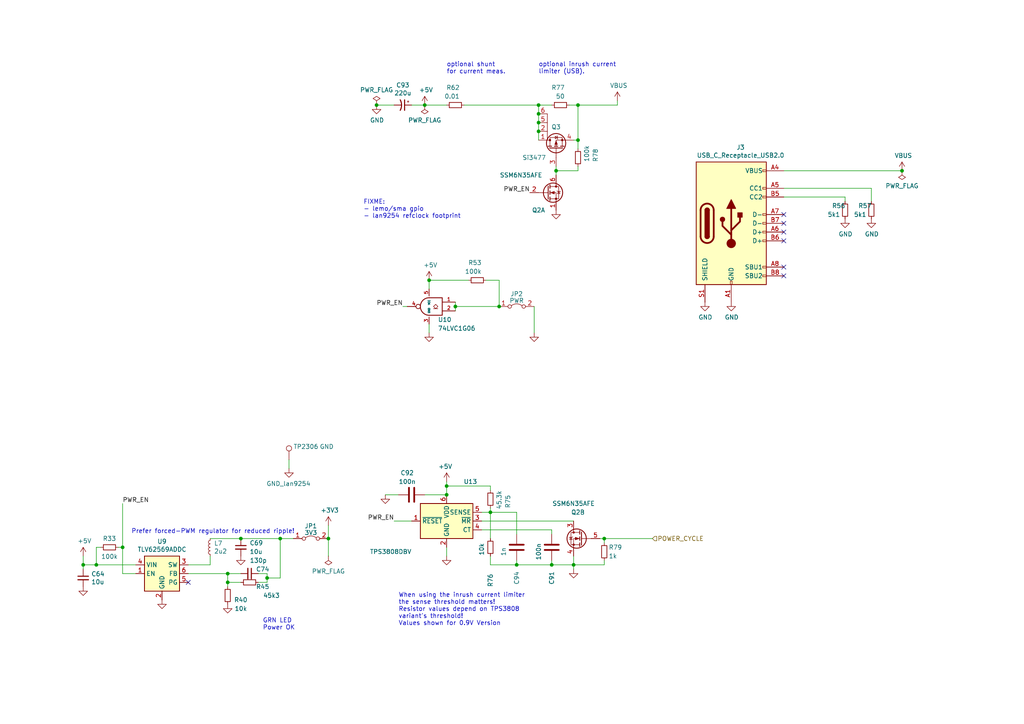
<source format=kicad_sch>
(kicad_sch (version 20230121) (generator eeschema)
  (paper "A4")
  (lib_symbols
    (symbol "Connector:TestPoint" (pin_numbers hide) (pin_names (offset 0.762) hide)
      (property "Reference" "TP" (at 0 6.858 0))
      (property "Value" "TestPoint" (at 0 5.08 0))
      (symbol "TestPoint_0_1"
        (circle (center 0 3.302) (radius 0.762))
      )
      (symbol "TestPoint_1_1"
        (pin passive line (at 0 0 90) (length 2.54) (name "1") (number "1"))
      )
    )
    (symbol "Connector:USB_C_Receptacle_USB2.0" (pin_names (offset 1.016))
      (property "Reference" "J" (at -10.16 19.05 0))
      (property "Value" "USB_C_Receptacle_USB2.0" (at 19.05 19.05 0))
      (symbol "USB_C_Receptacle_USB2.0_0_0"
        (rectangle (start -0.254 -17.78) (end 0.254 -16.764))
        (rectangle (start 10.16 -14.986) (end 9.144 -15.494))
        (rectangle (start 10.16 -12.446) (end 9.144 -12.954))
        (rectangle (start 10.16 -4.826) (end 9.144 -5.334))
        (rectangle (start 10.16 -2.286) (end 9.144 -2.794))
        (rectangle (start 10.16 0.254) (end 9.144 -0.254))
        (rectangle (start 10.16 2.794) (end 9.144 2.286))
        (rectangle (start 10.16 7.874) (end 9.144 7.366))
        (rectangle (start 10.16 10.414) (end 9.144 9.906))
        (rectangle (start 10.16 15.494) (end 9.144 14.986))
      )
      (symbol "USB_C_Receptacle_USB2.0_0_1"
        (rectangle (start -10.16 17.78) (end 10.16 -17.78) (stroke (width 0.254)) (fill (type background)))
        (arc (start -8.89 -3.81) (mid -6.985 -5.7067) (end -5.08 -3.81) (stroke (width 0.508)))
        (arc (start -7.62 -3.81) (mid -6.985 -4.4423) (end -6.35 -3.81) (stroke (width 0.254)))
        (arc (start -7.62 -3.81) (mid -6.985 -4.4423) (end -6.35 -3.81) (stroke (width 0.254)) (fill (type outline)))
        (rectangle (start -7.62 -3.81) (end -6.35 3.81) (stroke (width 0.254)) (fill (type outline)))
        (arc (start -6.35 3.81) (mid -6.985 4.4423) (end -7.62 3.81) (stroke (width 0.254)))
        (arc (start -6.35 3.81) (mid -6.985 4.4423) (end -7.62 3.81) (stroke (width 0.254)) (fill (type outline)))
        (arc (start -5.08 3.81) (mid -6.985 5.7067) (end -8.89 3.81) (stroke (width 0.508)))
        (circle (center -2.54 1.143) (radius 0.635) (stroke (width 0.254)) (fill (type outline)))
        (circle (center 0 -5.842) (radius 1.27) (fill (type outline)))
        (polyline (pts (xy -8.89 -3.81) (xy -8.89 3.81)) (stroke (width 0.508)))
        (polyline (pts (xy -5.08 3.81) (xy -5.08 -3.81)) (stroke (width 0.508)))
        (polyline (pts (xy 0 -5.842) (xy 0 4.318)) (stroke (width 0.508)))
        (polyline (pts (xy 0 -3.302) (xy -2.54 -0.762) (xy -2.54 0.508)) (stroke (width 0.508)))
        (polyline (pts (xy 0 -2.032) (xy 2.54 0.508) (xy 2.54 1.778)) (stroke (width 0.508)))
        (polyline (pts (xy -1.27 4.318) (xy 0 6.858) (xy 1.27 4.318) (xy -1.27 4.318)) (stroke (width 0.254)) (fill (type outline)))
        (rectangle (start 1.905 1.778) (end 3.175 3.048) (stroke (width 0.254)) (fill (type outline)))
      )
      (symbol "USB_C_Receptacle_USB2.0_1_1"
        (pin passive line (at 0 -22.86 90) (length 5.08) (name "GND") (number "A1"))
        (pin passive line (at 0 -22.86 90) (length 5.08) hide (name "GND") (number "A12"))
        (pin passive line (at 15.24 15.24 180) (length 5.08) (name "VBUS") (number "A4"))
        (pin bidirectional line (at 15.24 10.16 180) (length 5.08) (name "CC1") (number "A5"))
        (pin bidirectional line (at 15.24 -2.54 180) (length 5.08) (name "D+") (number "A6"))
        (pin bidirectional line (at 15.24 2.54 180) (length 5.08) (name "D-") (number "A7"))
        (pin bidirectional line (at 15.24 -12.7 180) (length 5.08) (name "SBU1") (number "A8"))
        (pin passive line (at 15.24 15.24 180) (length 5.08) hide (name "VBUS") (number "A9"))
        (pin passive line (at 0 -22.86 90) (length 5.08) hide (name "GND") (number "B1"))
        (pin passive line (at 0 -22.86 90) (length 5.08) hide (name "GND") (number "B12"))
        (pin passive line (at 15.24 15.24 180) (length 5.08) hide (name "VBUS") (number "B4"))
        (pin bidirectional line (at 15.24 7.62 180) (length 5.08) (name "CC2") (number "B5"))
        (pin bidirectional line (at 15.24 -5.08 180) (length 5.08) (name "D+") (number "B6"))
        (pin bidirectional line (at 15.24 0 180) (length 5.08) (name "D-") (number "B7"))
        (pin bidirectional line (at 15.24 -15.24 180) (length 5.08) (name "SBU2") (number "B8"))
        (pin passive line (at 15.24 15.24 180) (length 5.08) hide (name "VBUS") (number "B9"))
        (pin passive line (at -7.62 -22.86 90) (length 5.08) (name "SHIELD") (number "S1"))
      )
    )
    (symbol "Device:CP1_Small" (pin_numbers hide) (pin_names (offset 0.254) hide)
      (property "Reference" "C" (at 0.254 1.778 0))
      (property "Value" "Device_CP1_Small" (at 0.254 -2.032 0))
      (symbol "CP1_Small_0_1"
        (polyline (pts (xy -1.524 0.508) (xy 1.524 0.508)) (stroke (width 0.3048)))
        (polyline (pts (xy -1.27 1.524) (xy -0.762 1.524)))
        (polyline (pts (xy -1.016 1.27) (xy -1.016 1.778)))
        (arc (start 1.524 -0.762) (mid 0 -0.3734) (end -1.524 -0.762) (stroke (width 0.3048)))
      )
      (symbol "CP1_Small_1_1"
        (pin passive line (at 0 2.54 270) (length 2.032) (name "~") (number "1"))
        (pin passive line (at 0 -2.54 90) (length 2.032) (name "~") (number "2"))
      )
    )
    (symbol "Device:C_Small" (pin_numbers hide) (pin_names (offset 0.254) hide)
      (property "Reference" "C" (at 0.254 1.778 0))
      (property "Value" "C_Small" (at 0.254 -2.032 0))
      (symbol "C_Small_0_1"
        (polyline (pts (xy -1.524 -0.508) (xy 1.524 -0.508)) (stroke (width 0.3302)))
        (polyline (pts (xy -1.524 0.508) (xy 1.524 0.508)) (stroke (width 0.3048)))
      )
      (symbol "C_Small_1_1"
        (pin passive line (at 0 2.54 270) (length 2.032) (name "~") (number "1"))
        (pin passive line (at 0 -2.54 90) (length 2.032) (name "~") (number "2"))
      )
    )
    (symbol "Device:L_Small" (pin_numbers hide) (pin_names (offset 0.254) hide)
      (property "Reference" "L" (at 0.762 1.016 0))
      (property "Value" "L_Small" (at 0.762 -1.016 0))
      (symbol "L_Small_0_1"
        (arc (start 0 -2.032) (mid 0.5058 -1.524) (end 0 -1.016))
        (arc (start 0 -1.016) (mid 0.5058 -0.508) (end 0 0))
        (arc (start 0 0) (mid 0.5058 0.508) (end 0 1.016))
        (arc (start 0 1.016) (mid 0.5058 1.524) (end 0 2.032))
      )
      (symbol "L_Small_1_1"
        (pin passive line (at 0 2.54 270) (length 0.508) (name "~") (number "1"))
        (pin passive line (at 0 -2.54 90) (length 0.508) (name "~") (number "2"))
      )
    )
    (symbol "Device:Q_DUAL_NMOS_S1G1D2S2G2D1" (pin_names (offset 0) hide)
      (property "Reference" "Q" (at 6.35 1.27 0))
      (property "Value" "Device_Q_DUAL_NMOS_S1G1D2S2G2D1" (at 19.05 -1.27 0))
      (symbol "Q_DUAL_NMOS_S1G1D2S2G2D1_0_1"
        (polyline (pts (xy 0.254 0) (xy -2.54 0)))
        (polyline (pts (xy 0.254 1.905) (xy 0.254 -1.905)) (stroke (width 0.254)))
        (polyline (pts (xy 0.762 -1.27) (xy 0.762 -2.286)) (stroke (width 0.254)))
        (polyline (pts (xy 0.762 0.508) (xy 0.762 -0.508)) (stroke (width 0.254)))
        (polyline (pts (xy 0.762 2.286) (xy 0.762 1.27)) (stroke (width 0.254)))
        (polyline (pts (xy 2.54 2.54) (xy 2.54 1.778)))
        (polyline (pts (xy 2.54 -2.54) (xy 2.54 0) (xy 0.762 0)))
        (polyline (pts (xy 0.762 -1.778) (xy 3.302 -1.778) (xy 3.302 1.778) (xy 0.762 1.778)))
        (polyline (pts (xy 1.016 0) (xy 2.032 0.381) (xy 2.032 -0.381) (xy 1.016 0)) (fill (type outline)))
        (polyline (pts (xy 2.794 0.508) (xy 2.921 0.381) (xy 3.683 0.381) (xy 3.81 0.254)))
        (polyline (pts (xy 3.302 0.381) (xy 2.921 -0.254) (xy 3.683 -0.254) (xy 3.302 0.381)))
        (circle (center 1.651 0) (radius 2.794) (stroke (width 0.254)))
        (circle (center 2.54 -1.778) (radius 0.254) (fill (type outline)))
        (circle (center 2.54 1.778) (radius 0.254) (fill (type outline)))
      )
      (symbol "Q_DUAL_NMOS_S1G1D2S2G2D1_1_1"
        (pin passive line (at 2.54 -5.08 90) (length 2.54) (name "S") (number "1"))
        (pin input line (at -5.08 0 0) (length 2.54) (name "G") (number "2"))
        (pin passive line (at 2.54 5.08 270) (length 2.54) (name "D") (number "6"))
      )
      (symbol "Q_DUAL_NMOS_S1G1D2S2G2D1_2_1"
        (pin passive line (at 2.54 5.08 270) (length 2.54) (name "D") (number "3"))
        (pin passive line (at 2.54 -5.08 90) (length 2.54) (name "S") (number "4"))
        (pin input line (at -5.08 0 0) (length 2.54) (name "G") (number "5"))
      )
    )
    (symbol "Device:R_Small" (pin_numbers hide) (pin_names (offset 0.254) hide)
      (property "Reference" "R" (at 0.762 0.508 0))
      (property "Value" "R_Small" (at 0.762 -1.016 0))
      (symbol "R_Small_0_1"
        (rectangle (start -0.762 1.778) (end 0.762 -1.778) (stroke (width 0.2032)))
      )
      (symbol "R_Small_1_1"
        (pin passive line (at 0 2.54 270) (length 0.762) (name "~") (number "1"))
        (pin passive line (at 0 -2.54 90) (length 0.762) (name "~") (number "2"))
      )
    )
    (symbol "Jumper:Jumper_2_Bridged" (pin_names (offset 0) hide)
      (property "Reference" "JP" (at 0 1.905 0))
      (property "Value" "Jumper_2_Bridged" (at 0 -2.54 0))
      (symbol "Jumper_2_Bridged_0_0"
        (circle (center -2.032 0) (radius 0.508))
        (circle (center 2.032 0) (radius 0.508))
      )
      (symbol "Jumper_2_Bridged_0_1"
        (arc (start 1.524 0.254) (mid 0 0.762) (end -1.524 0.254))
      )
      (symbol "Jumper_2_Bridged_1_1"
        (pin passive line (at -5.08 0 0) (length 2.54) (name "A") (number "1"))
        (pin passive line (at 5.08 0 180) (length 2.54) (name "B") (number "2"))
      )
    )
    (symbol "Regulator_Switching:TLV62569DDC"
      (property "Reference" "U" (at -5.08 6.35 0))
      (property "Value" "TLV62569DDC" (at 0 6.35 0))
      (symbol "TLV62569DDC_0_1"
        (rectangle (start -5.08 5.08) (end 5.08 -5.08) (stroke (width 0.254)) (fill (type background)))
      )
      (symbol "TLV62569DDC_1_1"
        (pin input line (at -7.62 0 0) (length 2.54) (name "EN") (number "1"))
        (pin power_in line (at 0 -7.62 90) (length 2.54) (name "GND") (number "2"))
        (pin power_out line (at 7.62 2.54 180) (length 2.54) (name "SW") (number "3"))
        (pin power_in line (at -7.62 2.54 0) (length 2.54) (name "VIN") (number "4"))
        (pin open_collector line (at 7.62 -2.54 180) (length 2.54) (name "PG") (number "5"))
        (pin input line (at 7.62 0 180) (length 2.54) (name "FB") (number "6"))
      )
    )
    (symbol "fmc:100nF_603" (pin_numbers hide) (pin_names (offset 0.254))
      (property "Reference" "C" (at 0.635 2.54 0))
      (property "Value" "fmc_100nF_603" (at 0.635 -2.54 0))
      (symbol "100nF_603_0_1"
        (polyline (pts (xy -2.032 -0.762) (xy 2.032 -0.762)) (stroke (width 0.508)))
        (polyline (pts (xy -2.032 0.762) (xy 2.032 0.762)) (stroke (width 0.508)))
      )
      (symbol "100nF_603_1_1"
        (pin passive line (at 0 3.81 270) (length 2.794) (name "~") (number "1"))
        (pin passive line (at 0 -3.81 90) (length 2.794) (name "~") (number "2"))
      )
    )
    (symbol "fmc:74LVC1G38" (pin_names (offset 1.016))
      (property "Reference" "U" (at -2.54 3.81 0))
      (property "Value" "fmc_74LVC1G38" (at 0 -3.81 0))
      (symbol "74LVC1G38_0_1"
        (arc (start 0 -2.54) (mid 2.529 0) (end 0 2.54) (stroke (width 0.254)))
        (polyline (pts (xy -2.54 -0.635) (xy -1.27 -0.635)))
        (polyline (pts (xy 0 -2.54) (xy -3.81 -2.54) (xy -3.81 2.54) (xy 0 2.54)) (stroke (width 0.254)))
        (polyline (pts (xy -1.905 0.635) (xy -2.54 0) (xy -1.905 -0.635) (xy -1.27 0) (xy -1.905 0.635)))
      )
      (symbol "74LVC1G38_1_1"
        (pin input line (at -7.62 1.27 0) (length 3.81) (name "~") (number "1"))
        (pin input line (at -7.62 -1.27 0) (length 3.81) (name "~") (number "2"))
        (pin power_in line (at 0 -5.08 90) (length 2.032) (name "GND") (number "3"))
        (pin open_collector inverted (at 6.35 0 180) (length 3.81) (name "~") (number "4"))
        (pin power_in line (at 0 5.08 270) (length 2.032) (name "VCC") (number "5"))
      )
    )
    (symbol "fmc:Q_PMOS_DDGSDD" (pin_names (offset 0) hide)
      (property "Reference" "Q" (at 5.08 1.27 0))
      (property "Value" "fmc_Q_PMOS_DDGSDD" (at 5.08 -1.27 0))
      (symbol "Q_PMOS_DDGSDD_0_1"
        (polyline (pts (xy 0.254 0) (xy -2.54 0)))
        (polyline (pts (xy 0.254 1.905) (xy 0.254 -1.905)) (stroke (width 0.254)))
        (polyline (pts (xy 0.762 -1.27) (xy 0.762 -2.286)) (stroke (width 0.254)))
        (polyline (pts (xy 0.762 0.508) (xy 0.762 -0.508)) (stroke (width 0.254)))
        (polyline (pts (xy 0.762 2.286) (xy 0.762 1.27)) (stroke (width 0.254)))
        (polyline (pts (xy 2.54 -2.54) (xy 2.54 0) (xy 0.762 0)))
        (polyline (pts (xy 5.08 2.54) (xy 2.54 2.54) (xy 2.54 1.778)))
        (polyline (pts (xy 0.762 1.778) (xy 3.302 1.778) (xy 3.302 -1.778) (xy 0.762 -1.778)))
        (polyline (pts (xy 2.286 0) (xy 1.27 0.381) (xy 1.27 -0.381) (xy 2.286 0)) (fill (type outline)))
        (polyline (pts (xy 2.794 -0.508) (xy 2.921 -0.381) (xy 3.683 -0.381) (xy 3.81 -0.254)))
        (polyline (pts (xy 3.302 -0.381) (xy 2.921 0.254) (xy 3.683 0.254) (xy 3.302 -0.381)))
        (circle (center 1.651 0) (radius 2.794) (stroke (width 0.254)))
        (circle (center 2.54 -1.778) (radius 0.254) (fill (type outline)))
        (circle (center 2.54 1.778) (radius 0.254) (fill (type outline)))
        (rectangle (start 10.16 2.54) (end 5.08 2.54))
      )
      (symbol "Q_PMOS_DDGSDD_1_1"
        (pin passive line (at 2.54 5.08 270) (length 2.54) (name "D") (number "1"))
        (pin passive line (at 5.08 5.08 270) (length 2.54) (name "D") (number "2"))
        (pin input line (at -5.08 0 0) (length 2.54) (name "G") (number "3"))
        (pin passive line (at 2.54 -5.08 90) (length 2.54) (name "S") (number "4"))
        (pin passive line (at 7.62 5.08 270) (length 2.54) (name "D") (number "5"))
        (pin passive line (at 10.16 5.08 270) (length 2.54) (name "D") (number "6"))
      )
    )
    (symbol "fmc:TPS3808DBV"
      (property "Reference" "U" (at 0 8.89 0))
      (property "Value" "fmc_TPS3808DBV" (at 0 6.35 0))
      (symbol "TPS3808DBV_0_1"
        (rectangle (start -7.62 5.08) (end 7.62 -5.08) (stroke (width 0.254)) (fill (type background)))
      )
      (symbol "TPS3808DBV_1_1"
        (pin open_collector line (at 10.16 0 180) (length 2.54) (name "~{RESET}") (number "1"))
        (pin power_in line (at 0 -7.62 90) (length 2.54) (name "GND") (number "2"))
        (pin input line (at -10.16 0 0) (length 2.54) (name "~{MR}") (number "3"))
        (pin input line (at -10.16 -2.54 0) (length 2.54) (name "CT") (number "4"))
        (pin input line (at -10.16 2.54 0) (length 2.54) (name "SENSE") (number "5"))
        (pin power_in line (at 0 7.62 270) (length 2.54) (name "VDD") (number "6"))
      )
    )
    (symbol "lan9254_project:GND" (power) (pin_names (offset 0))
      (property "Value" "GND" (at 0 -3.81 0))
      (symbol "GND_0_1"
        (polyline (pts (xy 0 0) (xy 0 -1.27) (xy 1.27 -1.27) (xy 0 -2.54) (xy -1.27 -1.27) (xy 0 -1.27)))
      )
      (symbol "GND_1_1"
        (pin power_in line (at 0 0 270) (length 0) hide (name "GND_lan9254") (number "1"))
      )
    )
    (symbol "power:+3V3" (power) (pin_names (offset 0))
      (property "Value" "+3V3" (at 0 3.556 0))
      (symbol "+3V3_0_1"
        (polyline (pts (xy -0.762 1.27) (xy 0 2.54)))
        (polyline (pts (xy 0 0) (xy 0 2.54)))
        (polyline (pts (xy 0 2.54) (xy 0.762 1.27)))
      )
      (symbol "+3V3_1_1"
        (pin power_in line (at 0 0 90) (length 0) hide (name "+3V3") (number "1"))
      )
    )
    (symbol "power:+5V" (power) (pin_names (offset 0))
      (property "Value" "+5V" (at 0 3.556 0))
      (symbol "+5V_0_1"
        (polyline (pts (xy -0.762 1.27) (xy 0 2.54)))
        (polyline (pts (xy 0 0) (xy 0 2.54)))
        (polyline (pts (xy 0 2.54) (xy 0.762 1.27)))
      )
      (symbol "+5V_1_1"
        (pin power_in line (at 0 0 90) (length 0) hide (name "+5V") (number "1"))
      )
    )
    (symbol "power:GND" (power) (pin_names (offset 0))
      (property "Value" "GND" (at 0 -3.81 0))
      (symbol "GND_0_1"
        (polyline (pts (xy 0 0) (xy 0 -1.27) (xy 1.27 -1.27) (xy 0 -2.54) (xy -1.27 -1.27) (xy 0 -1.27)))
      )
      (symbol "GND_1_1"
        (pin power_in line (at 0 0 270) (length 0) hide (name "GND") (number "1"))
      )
    )
    (symbol "power:PWR_FLAG" (power) (pin_numbers hide) (pin_names (offset 0) hide)
      (property "Value" "PWR_FLAG" (at 0 3.81 0))
      (symbol "PWR_FLAG_0_0"
        (pin power_out line (at 0 0 90) (length 0) (name "pwr") (number "1"))
      )
      (symbol "PWR_FLAG_0_1"
        (polyline (pts (xy 0 0) (xy 0 1.27) (xy -1.016 1.905) (xy 0 2.54) (xy 1.016 1.905) (xy 0 1.27)))
      )
    )
    (symbol "power:VBUS" (power) (pin_names (offset 0))
      (property "Value" "VBUS" (at 0 3.81 0))
      (symbol "VBUS_0_1"
        (polyline (pts (xy -0.762 1.27) (xy 0 2.54)))
        (polyline (pts (xy 0 0) (xy 0 2.54)))
        (polyline (pts (xy 0 2.54) (xy 0.762 1.27)))
      )
      (symbol "VBUS_1_1"
        (pin power_in line (at 0 0 90) (length 0) hide (name "VBUS") (number "1"))
      )
    )
  )
  (junction (at 156.21 38.1))
  (junction (at 66.04 166.37))
  (junction (at 77.47 167.64))
  (junction (at 95.25 156.21))
  (junction (at 167.64 30.48))
  (junction (at 132.08 88.9))
  (junction (at 156.21 35.56))
  (junction (at 123.19 30.48))
  (junction (at 161.29 49.53))
  (junction (at 66.04 168.91))
  (junction (at 261.62 49.53))
  (junction (at 142.24 148.59))
  (junction (at 129.54 140.97))
  (junction (at 35.56 158.75))
  (junction (at 24.13 163.83))
  (junction (at 109.22 30.48))
  (junction (at 149.86 163.83))
  (junction (at 124.46 81.28))
  (junction (at 129.54 143.51))
  (junction (at 27.94 163.83))
  (junction (at 69.85 156.21))
  (junction (at 144.78 88.9))
  (junction (at 160.02 163.83))
  (junction (at 175.26 156.21))
  (junction (at 167.64 40.64))
  (junction (at 156.21 33.02))
  (junction (at 166.37 163.83))
  (junction (at 81.28 156.21))
  (junction (at 156.21 30.48))
  (no_connect (at 54.61 168.91))
  (no_connect (at 227.33 64.77))
  (no_connect (at 227.33 62.23))
  (no_connect (at 227.33 69.85))
  (no_connect (at 227.33 77.47))
  (no_connect (at 227.33 80.01))
  (no_connect (at 227.33 67.31))
  (wire (pts (xy 114.3 30.48) (xy 109.22 30.48)))
  (wire (pts (xy 77.47 167.64) (xy 77.47 168.91)))
  (wire (pts (xy 166.37 161.29) (xy 166.37 163.83)))
  (wire (pts (xy 35.56 166.37) (xy 39.37 166.37)))
  (wire (pts (xy 74.93 166.37) (xy 77.47 166.37)))
  (wire (pts (xy 35.56 158.75) (xy 35.56 166.37)))
  (wire (pts (xy 69.85 166.37) (xy 66.04 166.37)))
  (wire (pts (xy 60.96 156.21) (xy 69.85 156.21)))
  (wire (pts (xy 129.54 30.48) (xy 123.19 30.48)))
  (wire (pts (xy 119.38 151.13) (xy 114.3 151.13)))
  (wire (pts (xy 60.96 161.29) (xy 60.96 163.83)))
  (wire (pts (xy 54.61 166.37) (xy 66.04 166.37)))
  (wire (pts (xy 227.33 57.15) (xy 245.11 57.15)))
  (wire (pts (xy 156.21 30.48) (xy 160.02 30.48)))
  (wire (pts (xy 69.85 156.21) (xy 81.28 156.21)))
  (wire (pts (xy 149.86 154.94) (xy 149.86 148.59)))
  (wire (pts (xy 132.08 88.9) (xy 132.08 90.17)))
  (wire (pts (xy 54.61 163.83) (xy 60.96 163.83)))
  (wire (pts (xy 24.13 163.83) (xy 27.94 163.83)))
  (wire (pts (xy 140.97 81.28) (xy 144.78 81.28)))
  (wire (pts (xy 139.7 153.67) (xy 160.02 153.67)))
  (wire (pts (xy 132.08 87.63) (xy 132.08 88.9)))
  (wire (pts (xy 142.24 161.29) (xy 142.24 163.83)))
  (wire (pts (xy 160.02 162.56) (xy 160.02 163.83)))
  (wire (pts (xy 119.38 30.48) (xy 123.19 30.48)))
  (wire (pts (xy 167.64 30.48) (xy 179.07 30.48)))
  (wire (pts (xy 124.46 93.98) (xy 124.46 96.52)))
  (wire (pts (xy 83.82 133.35) (xy 83.82 135.89)))
  (wire (pts (xy 227.33 54.61) (xy 252.73 54.61)))
  (wire (pts (xy 129.54 139.7) (xy 129.54 140.97)))
  (wire (pts (xy 161.29 50.8) (xy 161.29 49.53)))
  (wire (pts (xy 160.02 153.67) (xy 160.02 154.94)))
  (wire (pts (xy 35.56 146.05) (xy 35.56 158.75)))
  (wire (pts (xy 77.47 167.64) (xy 81.28 167.64)))
  (wire (pts (xy 134.62 30.48) (xy 156.21 30.48)))
  (wire (pts (xy 129.54 158.75) (xy 129.54 161.29)))
  (wire (pts (xy 116.84 88.9) (xy 118.11 88.9)))
  (wire (pts (xy 66.04 168.91) (xy 69.85 168.91)))
  (wire (pts (xy 154.94 88.9) (xy 154.94 96.52)))
  (wire (pts (xy 139.7 148.59) (xy 142.24 148.59)))
  (wire (pts (xy 129.54 140.97) (xy 129.54 143.51)))
  (wire (pts (xy 132.08 88.9) (xy 144.78 88.9)))
  (wire (pts (xy 129.54 143.51) (xy 123.19 143.51)))
  (wire (pts (xy 227.33 49.53) (xy 261.62 49.53)))
  (wire (pts (xy 156.21 40.64) (xy 156.21 38.1)))
  (wire (pts (xy 144.78 81.28) (xy 144.78 88.9)))
  (wire (pts (xy 142.24 140.97) (xy 142.24 142.24)))
  (wire (pts (xy 24.13 161.29) (xy 24.13 163.83)))
  (wire (pts (xy 29.21 158.75) (xy 27.94 158.75)))
  (wire (pts (xy 66.04 170.18) (xy 66.04 168.91)))
  (wire (pts (xy 189.23 156.21) (xy 175.26 156.21)))
  (wire (pts (xy 77.47 166.37) (xy 77.47 167.64)))
  (wire (pts (xy 166.37 163.83) (xy 166.37 165.1)))
  (wire (pts (xy 167.64 40.64) (xy 166.37 40.64)))
  (wire (pts (xy 95.25 156.21) (xy 95.25 161.29)))
  (wire (pts (xy 27.94 158.75) (xy 27.94 163.83)))
  (wire (pts (xy 95.25 152.4) (xy 95.25 156.21)))
  (wire (pts (xy 142.24 163.83) (xy 149.86 163.83)))
  (wire (pts (xy 149.86 162.56) (xy 149.86 163.83)))
  (wire (pts (xy 175.26 156.21) (xy 173.99 156.21)))
  (wire (pts (xy 27.94 163.83) (xy 39.37 163.83)))
  (wire (pts (xy 81.28 156.21) (xy 85.09 156.21)))
  (wire (pts (xy 139.7 151.13) (xy 166.37 151.13)))
  (wire (pts (xy 129.54 140.97) (xy 142.24 140.97)))
  (wire (pts (xy 115.57 143.51) (xy 111.76 143.51)))
  (wire (pts (xy 167.64 49.53) (xy 167.64 48.26)))
  (wire (pts (xy 124.46 81.28) (xy 124.46 83.82)))
  (wire (pts (xy 24.13 165.1) (xy 24.13 163.83)))
  (wire (pts (xy 34.29 158.75) (xy 35.56 158.75)))
  (wire (pts (xy 165.1 30.48) (xy 167.64 30.48)))
  (wire (pts (xy 149.86 148.59) (xy 142.24 148.59)))
  (wire (pts (xy 252.73 58.42) (xy 252.73 54.61)))
  (wire (pts (xy 160.02 163.83) (xy 166.37 163.83)))
  (wire (pts (xy 66.04 166.37) (xy 66.04 168.91)))
  (wire (pts (xy 175.26 163.83) (xy 166.37 163.83)))
  (wire (pts (xy 245.11 58.42) (xy 245.11 57.15)))
  (wire (pts (xy 175.26 157.48) (xy 175.26 156.21)))
  (wire (pts (xy 156.21 38.1) (xy 156.21 35.56)))
  (wire (pts (xy 149.86 163.83) (xy 160.02 163.83)))
  (wire (pts (xy 179.07 30.48) (xy 179.07 29.21)))
  (wire (pts (xy 81.28 167.64) (xy 81.28 156.21)))
  (wire (pts (xy 161.29 49.53) (xy 161.29 48.26)))
  (wire (pts (xy 161.29 49.53) (xy 167.64 49.53)))
  (wire (pts (xy 142.24 156.21) (xy 142.24 148.59)))
  (wire (pts (xy 167.64 30.48) (xy 167.64 40.64)))
  (wire (pts (xy 124.46 81.28) (xy 135.89 81.28)))
  (wire (pts (xy 142.24 148.59) (xy 142.24 147.32)))
  (wire (pts (xy 156.21 35.56) (xy 156.21 33.02)))
  (wire (pts (xy 175.26 162.56) (xy 175.26 163.83)))
  (wire (pts (xy 74.93 168.91) (xy 77.47 168.91)))
  (wire (pts (xy 156.21 33.02) (xy 156.21 30.48)))
  (wire (pts (xy 167.64 40.64) (xy 167.64 43.18)))
  (text "FIXME:\n- lemo/sma gpio\n- lan9254 refclock footprint" (at 105.41 63.5 0) (effects (font (size 1.27 1.27)) (justify left bottom)))
  (text "Prefer forced-PWM regulator for reduced ripple!" (at 38.1 154.94 0) (effects (font (size 1.27 1.27)) (justify left bottom)))
  (text "optional shunt\nfor current meas." (at 129.54 21.59 0) (effects (font (size 1.27 1.27)) (justify left bottom)))
  (text "optional inrush current\nlimiter (USB)." (at 156.21 21.59 0) (effects (font (size 1.27 1.27)) (justify left bottom)))
  (text "When using the inrush current limiter\nthe sense threshold matters!\nResistor values depend on TPS3808\nvariant's threshold!\nValues shown for 0.9V Version" (at 115.57 181.61 0) (effects (font (size 1.27 1.27)) (justify left bottom)))
  (text "GRN LED\nPower OK" (at 76.2 182.88 0) (effects (font (size 1.27 1.27)) (justify left bottom)))
  (label "PWR_EN" (at 114.3 151.13 180))
  (label "PWR_EN" (at 116.84 88.9 180))
  (label "PWR_EN" (at 35.56 146.05 0))
  (label "PWR_EN" (at 153.67 55.88 180))
  (hierarchical_label "POWER_CYCLE" (shape input) (at 189.23 156.21 0))
  (symbol (lib_id "power:PWR_FLAG") (at 261.62 49.53 0) (mirror x) (unit 1)
    (property "Reference" "#FLG0104" (effects hide))
    (property "Value" "PWR_FLAG" (at 261.62 53.9242 0))
  )
  (symbol (lib_id "power:GND") (at 212.09 87.63 0) (unit 1)
    (property "Reference" "#PWR0170" (effects hide))
    (property "Value" "GND" (at 212.217 92.0242 0))
  )
  (symbol (lib_id "power:GND") (at 204.47 87.63 0) (unit 1)
    (property "Reference" "#PWR0171" (effects hide))
    (property "Value" "GND" (at 204.597 92.0242 0))
  )
  (symbol (lib_id "Device:R_Small") (at 245.11 60.96 0) (unit 1)
    (property "Reference" "R56" (at 241.3 59.69 0) (effects (justify left)))
    (property "Value" "5k1" (at 240.03 62.23 0) (effects (justify left)))
    (property "Footprint" "Resistor_SMD:R_0603_1608Metric" (effects hide))
  )
  (symbol (lib_id "Device:R_Small") (at 252.73 60.96 0) (unit 1)
    (property "Reference" "R57" (at 248.92 59.69 0) (effects (justify left)))
    (property "Value" "5k1" (at 247.65 62.23 0) (effects (justify left)))
    (property "Footprint" "Resistor_SMD:R_0603_1608Metric" (effects hide))
  )
  (symbol (lib_id "power:GND") (at 252.73 63.5 0) (unit 1)
    (property "Reference" "#PWR0167" (effects hide))
    (property "Value" "GND" (at 252.857 67.8942 0))
  )
  (symbol (lib_id "power:GND") (at 245.11 63.5 0) (unit 1)
    (property "Reference" "#PWR0168" (effects hide))
    (property "Value" "GND" (at 245.237 67.8942 0))
  )
  (symbol (lib_id "power:VBUS") (at 261.62 49.53 0) (unit 1)
    (property "Reference" "#PWR0172" (effects hide))
    (property "Value" "VBUS" (at 262.001 45.1358 0))
  )
  (symbol (lib_id "Connector:USB_C_Receptacle_USB2.0") (at 212.09 64.77 0) (unit 1)
    (property "Reference" "J3" (at 214.8078 42.7482 0))
    (property "Value" "USB_C_Receptacle_USB2.0" (at 214.8078 45.0596 0))
    (property "Footprint" "Connector_USB:USB_C_Receptacle_JAE_DX07S016JA1R1500" (effects hide))
    (property "Datasheet" "https://www.usb.org/sites/default/files/documents/usb_type-c.zip" (effects hide))
  )
  (symbol (lib_id "power:GND") (at 154.94 96.52 0) (mirror y) (unit 1)
    (property "Reference" "#PWR0165" (effects hide))
    (property "Value" "GND" (effects hide))
  )
  (symbol (lib_id "power:GND") (at 124.46 96.52 0) (mirror y) (unit 1)
    (property "Reference" "#PWR0166" (effects hide))
    (property "Value" "GND" (effects hide))
  )
  (symbol (lib_id "Device:R_Small") (at 138.43 81.28 90) (unit 1)
    (property "Reference" "R53" (at 139.7 76.2 90) (effects (justify left)))
    (property "Value" "100k" (at 139.7 78.74 90) (effects (justify left)))
    (property "Footprint" "Resistor_SMD:R_0603_1608Metric" (effects hide))
    (property "Part" " RC0603FR-07100KL " (effects hide))
    (property "Manufacturer" "Yageo" (effects hide))
  )
  (symbol (lib_id "power:+5V") (at 124.46 81.28 0) (unit 1)
    (property "Reference" "#PWR0164" (effects hide))
    (property "Value" "+5V" (at 124.841 76.8858 0))
    (property "Footprint" "c70" (effects hide))
  )
  (symbol (lib_id "Device:R_Small") (at 31.75 158.75 270) (unit 1)
    (property "Reference" "R33" (at 31.75 156.21 90))
    (property "Value" "100k" (at 31.75 161.417 90))
    (property "Footprint" "Resistor_SMD:R_0603_1608Metric" (effects hide))
  )
  (symbol (lib_id "power:GND") (at 46.99 173.99 0) (mirror y) (unit 1)
    (property "Reference" "#PWR0155" (effects hide))
    (property "Value" "GND" (effects hide))
  )
  (symbol (lib_id "Device:L_Small") (at 60.96 158.75 180) (unit 1)
    (property "Reference" "L7" (at 62.0776 157.5816 0) (effects (justify right)))
    (property "Value" "2u2" (at 62.0776 159.893 0) (effects (justify right)))
    (property "Footprint" "Inductor_SMD:L_Taiyo-Yuden_NR-50xx" (effects hide))
  )
  (symbol (lib_id "Device:C_Small") (at 24.13 167.64 0) (unit 1)
    (property "Reference" "C64" (at 26.4668 166.4716 0) (effects (justify left)))
    (property "Value" "10u" (at 26.4668 168.783 0) (effects (justify left)))
    (property "Footprint" "Capacitor_SMD:C_1206_3216Metric" (effects hide))
  )
  (symbol (lib_id "power:GND") (at 24.13 170.18 0) (mirror y) (unit 1)
    (property "Reference" "#PWR0153" (effects hide))
    (property "Value" "GND" (effects hide))
  )
  (symbol (lib_id "Device:R_Small") (at 66.04 172.72 0) (unit 1)
    (property "Reference" "R40" (at 69.85 173.99 0))
    (property "Value" "10k" (at 69.85 176.53 0))
    (property "Footprint" "Resistor_SMD:R_0603_1608Metric" (effects hide))
  )
  (symbol (lib_id "power:GND") (at 66.04 175.26 0) (mirror y) (unit 1)
    (property "Reference" "#PWR0156" (effects hide))
    (property "Value" "GND" (effects hide))
  )
  (symbol (lib_id "Device:R_Small") (at 72.39 168.91 270) (unit 1)
    (property "Reference" "R45" (at 76.2 170.18 90))
    (property "Value" "45k3" (at 78.74 172.72 90))
    (property "Footprint" "Resistor_SMD:R_0603_1608Metric" (effects hide))
  )
  (symbol (lib_id "Device:C_Small") (at 69.85 158.75 0) (unit 1)
    (property "Reference" "C69" (at 72.39 157.48 0) (effects (justify left)))
    (property "Value" "10u" (at 72.39 160.02 0) (effects (justify left)))
    (property "Footprint" "Capacitor_SMD:C_1206_3216Metric" (effects hide))
  )
  (symbol (lib_id "power:GND") (at 69.85 161.29 0) (mirror y) (unit 1)
    (property "Reference" "#PWR0157" (effects hide))
    (property "Value" "GND" (effects hide))
  )
  (symbol (lib_id "Device:C_Small") (at 72.39 166.37 270) (unit 1)
    (property "Reference" "C74" (at 76.2 165.1 90))
    (property "Value" "130p" (at 74.93 162.56 90))
    (property "Footprint" "Capacitor_SMD:C_0603_1608Metric" (effects hide))
  )
  (symbol (lib_id "power:+5V") (at 24.13 161.29 0) (unit 1)
    (property "Reference" "#PWR0154" (effects hide))
    (property "Value" "+5V" (at 24.511 156.8958 0))
  )
  (symbol (lib_id "Regulator_Switching:TLV62569DDC") (at 46.99 166.37 0) (unit 1)
    (property "Reference" "U9" (at 46.99 157.0482 0))
    (property "Value" "TLV62569ADDC" (at 46.99 159.3596 0))
    (property "Footprint" "Package_TO_SOT_SMD:SOT-23-6" (effects hide))
    (property "Datasheet" "http://www.ti.com/lit/ds/symlink/tlv62569.pdf" (effects hide))
  )
  (symbol (lib_id "power:+3V3") (at 95.25 152.4 0) (unit 1)
    (property "Reference" "#PWR0149" (effects hide))
    (property "Value" "+3V3" (at 95.631 148.0058 0))
  )
  (symbol (lib_id "fmc:Q_PMOS_DDGSDD") (at 161.29 43.18 90) (unit 1)
    (property "Reference" "Q3" (at 161.29 36.83 90))
    (property "Value" "Si3477" (at 154.94 45.72 90))
    (property "Footprint" "Package_TO_SOT_SMD:TSOT-23-6" (effects hide))
    (property "Part" "Si3477" (effects hide))
    (property "Manufacturer" "Vishay" (effects hide))
  )
  (symbol (lib_id "fmc:TPS3808DBV") (at 129.54 151.13 0) (mirror y) (unit 1)
    (property "Reference" "U13" (at 138.43 139.7 0) (effects (justify left)))
    (property "Value" "TPS3808DBV" (at 119.38 160.02 0) (effects (justify left)))
    (property "Footprint" "Package_TO_SOT_SMD:SOT-23-6" (effects hide))
    (property "Datasheet" "http://www.ti.com/lit/ds/symlink/tps3808.pdf" (effects hide))
  )
  (symbol (lib_id "power:+5V") (at 129.54 139.7 0) (mirror y) (unit 1)
    (property "Reference" "#PWR0150" (effects hide))
    (property "Value" "+5V" (at 129.159 135.3058 0))
  )
  (symbol (lib_id "power:GND") (at 129.54 161.29 0) (unit 1)
    (property "Reference" "#PWR0152" (effects hide))
    (property "Value" "GND" (effects hide))
  )
  (symbol (lib_id "fmc:100nF_603") (at 160.02 158.75 0) (mirror y) (unit 1)
    (property "Reference" "C91" (at 160.02 167.64 90))
    (property "Value" "100n" (at 156.21 160.02 90))
    (property "Footprint" "Capacitor_SMD:C_0603_1608Metric" (effects hide))
    (property "Part" "GCJ188R71E104KA12D" (effects hide))
    (property "Manufacturer" "Murata" (effects hide))
  )
  (symbol (lib_id "power:GND") (at 166.37 165.1 0) (unit 1)
    (property "Reference" "#PWR0158" (effects hide))
    (property "Value" "GND" (effects hide))
  )
  (symbol (lib_id "power:PWR_FLAG") (at 95.25 161.29 0) (mirror x) (unit 1)
    (property "Reference" "#FLG0103" (effects hide))
    (property "Value" "PWR_FLAG" (at 95.25 165.6842 0))
  )
  (symbol (lib_id "power:GND") (at 109.22 30.48 0) (unit 1)
    (property "Reference" "#PWR0174" (effects hide))
    (property "Value" "GND" (at 109.347 34.8742 0))
  )
  (symbol (lib_id "power:PWR_FLAG") (at 109.22 30.48 0) (mirror y) (unit 1)
    (property "Reference" "#FLG0106" (effects hide))
    (property "Value" "PWR_FLAG" (at 109.22 26.0858 0))
  )
  (symbol (lib_id "Device:R_Small") (at 132.08 30.48 90) (unit 1)
    (property "Reference" "R62" (at 133.35 25.4 90) (effects (justify left)))
    (property "Value" "0.01" (at 133.35 27.94 90) (effects (justify left)))
    (property "Footprint" "Resistor_SMD:R_1206_3216Metric" (effects hide))
    (property "Part" " RC0603FR-07100KL " (effects hide))
    (property "Manufacturer" "Yageo" (effects hide))
  )
  (symbol (lib_id "power:+5V") (at 123.19 30.48 0) (unit 1)
    (property "Reference" "#PWR0176" (effects hide))
    (property "Value" "+5V" (at 123.571 26.0858 0))
  )
  (symbol (lib_id "power:VBUS") (at 179.07 29.21 0) (unit 1)
    (property "Reference" "#PWR0175" (effects hide))
    (property "Value" "VBUS" (at 179.451 24.8158 0))
  )
  (symbol (lib_id "power:PWR_FLAG") (at 123.19 30.48 0) (mirror x) (unit 1)
    (property "Reference" "#FLG0105" (effects hide))
    (property "Value" "PWR_FLAG" (at 123.19 34.8742 0))
  )
  (symbol (lib_id "fmc:100nF_603") (at 119.38 143.51 270) (mirror x) (unit 1)
    (property "Reference" "C92" (at 118.11 137.16 90))
    (property "Value" "100n" (at 118.11 139.7 90))
    (property "Footprint" "Capacitor_SMD:C_0603_1608Metric" (effects hide))
    (property "Part" "GCJ188R71E104KA12D" (effects hide))
    (property "Manufacturer" "Murata" (effects hide))
  )
  (symbol (lib_id "power:GND") (at 111.76 143.51 0) (unit 1)
    (property "Reference" "#PWR0151" (effects hide))
    (property "Value" "GND" (effects hide))
  )
  (symbol (lib_id "Device:Q_DUAL_NMOS_S1G1D2S2G2D1") (at 158.75 55.88 0) (unit 1)
    (property "Reference" "Q2" (at 156.21 60.96 0))
    (property "Value" "SSM6N35AFE" (at 151.13 50.8 0))
    (property "Footprint" "proj_footprints:SOT-563-adjusted" (effects hide))
    (property "Manufacturer" "Toshiba" (effects hide))
  )
  (symbol (lib_id "Device:Q_DUAL_NMOS_S1G1D2S2G2D1") (at 168.91 156.21 0) (mirror y) (unit 2)
    (property "Reference" "Q2" (at 167.64 148.59 0))
    (property "Value" "SSM6N35AFE" (at 166.37 146.05 0))
    (property "Footprint" "proj_footprints:SOT-563-adjusted" (effects hide))
  )
  (symbol (lib_id "Device:R_Small") (at 175.26 160.02 0) (unit 1)
    (property "Reference" "R79" (at 176.53 158.75 0) (effects (justify left)))
    (property "Value" "1k" (at 176.53 161.29 0) (effects (justify left)))
    (property "Footprint" "Resistor_SMD:R_0603_1608Metric" (effects hide))
  )
  (symbol (lib_id "Device:CP1_Small") (at 116.84 30.48 270) (unit 1)
    (property "Reference" "C93" (at 116.84 24.6888 90))
    (property "Value" "220u" (at 116.84 27.0002 90))
    (property "Footprint" "Capacitor_Tantalum_SMD:CP_EIA-6032-28_Kemet-C" (effects hide))
  )
  (symbol (lib_id "Device:R_Small") (at 162.56 30.48 90) (unit 1)
    (property "Reference" "R77" (at 163.83 25.4 90) (effects (justify left)))
    (property "Value" "50" (at 163.83 27.94 90) (effects (justify left)))
    (property "Footprint" "Resistor_SMD:R_0603_1608Metric" (effects hide))
    (property "Part" " RC0603FR-07100KL " (effects hide))
    (property "Manufacturer" "Yageo" (effects hide))
  )
  (symbol (lib_id "fmc:74LVC1G38") (at 124.46 88.9 0) (mirror y) (unit 1)
    (property "Reference" "U10" (at 127 92.71 0) (effects (justify right)))
    (property "Value" "74LVC1G06" (at 127 95.25 0) (effects (justify right)))
    (property "Footprint" "Package_TO_SOT_SMD:SOT-353_SC-70-5" (effects hide))
    (property "Datasheet" "http://www.ti.com/lit/sg/scyt129e/scyt129e.pdf" (effects hide))
  )
  (symbol (lib_id "Device:R_Small") (at 167.64 45.72 0) (unit 1)
    (property "Reference" "R78" (at 172.72 46.99 90) (effects (justify left)))
    (property "Value" "100k" (at 170.18 46.99 90) (effects (justify left)))
    (property "Footprint" "Resistor_SMD:R_0603_1608Metric" (effects hide))
    (property "Part" " RC0603FR-07100KL " (effects hide))
    (property "Manufacturer" "Yageo" (effects hide))
  )
  (symbol (lib_id "power:GND") (at 161.29 60.96 0) (mirror y) (unit 1)
    (property "Reference" "#PWR0173" (effects hide))
    (property "Value" "GND" (effects hide))
  )
  (symbol (lib_id "Device:R_Small") (at 142.24 158.75 180) (unit 1)
    (property "Reference" "R76" (at 142.24 166.37 90) (effects (justify left)))
    (property "Value" "10k" (at 139.7 157.48 90) (effects (justify left)))
    (property "Footprint" "Resistor_SMD:R_0603_1608Metric" (effects hide))
    (property "Part" " RC0603FR-07100KL " (effects hide))
    (property "Manufacturer" "Yageo" (effects hide))
  )
  (symbol (lib_id "Device:R_Small") (at 142.24 144.78 0) (mirror x) (unit 1)
    (property "Reference" "R75" (at 147.32 143.51 90) (effects (justify left)))
    (property "Value" "45.3k" (at 144.78 142.24 90) (effects (justify left)))
    (property "Footprint" "Resistor_SMD:R_0603_1608Metric" (effects hide))
    (property "Part" " RC0603FR-07100KL " (effects hide))
    (property "Manufacturer" "Yageo" (effects hide))
  )
  (symbol (lib_id "fmc:100nF_603") (at 149.86 158.75 0) (mirror y) (unit 1)
    (property "Reference" "C94" (at 149.86 167.64 90))
    (property "Value" "1n" (at 146.05 160.02 90))
    (property "Footprint" "Capacitor_SMD:C_0603_1608Metric" (effects hide))
    (property "Part" "GCJ188R71E104KA12D" (effects hide))
    (property "Manufacturer" "Murata" (effects hide))
  )
  (symbol (lib_id "Jumper:Jumper_2_Bridged") (at 90.17 156.21 0) (unit 1)
    (property "Reference" "JP1" (at 90.17 152.5651 0))
    (property "Value" "3V3" (at 90.17 154.4861 0))
    (property "Footprint" "Connector_PinHeader_2.54mm:PinHeader_1x02_P2.54mm_Vertical" (effects hide))
  )
  (symbol (lib_id "Connector:TestPoint") (at 83.82 133.35 0) (unit 1)
    (property "Reference" "TP2306" (at 85.09 129.54 0) (effects (justify left)))
    (property "Value" "GND" (at 92.71 129.54 0) (effects (justify left)))
    (property "Footprint" "Connector_PinHeader_2.54mm:PinHeader_1x01_P2.54mm_Vertical" (effects hide))
    (instances (project "ecevr-proto" (path "" (reference "TP2306") (unit 1)) (path "" (reference "TP1") (unit 1))))
  )
  (symbol (lib_id "lan9254_project:GND") (at 83.82 135.89 0) (mirror y) (unit 1)
    (property "Reference" "#PWR01" (effects hide))
    (property "Value" "GND" (at 83.693 140.2842 0))
    (instances (project "ecevr-proto" (path "" (reference "#PWR01") (unit 1)) (path "" (reference "#PWR02301") (unit 1))))
  )
  (symbol (lib_id "Jumper:Jumper_2_Bridged") (at 149.86 88.9 0) (unit 1)
    (property "Reference" "JP2" (at 149.86 85.2551 0))
    (property "Value" "PWR" (at 149.86 87.1761 0))
    (property "Footprint" "Connector_PinHeader_2.54mm:PinHeader_1x02_P2.54mm_Vertical" (effects hide))
  )
)
</source>
